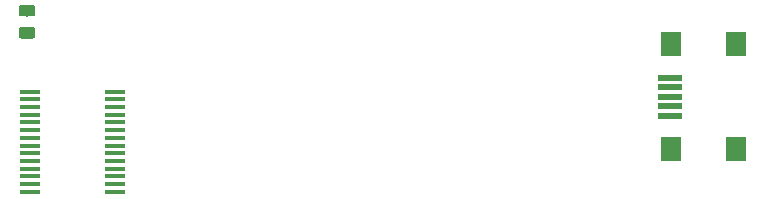
<source format=gbr>
G04 #@! TF.GenerationSoftware,KiCad,Pcbnew,(5.1.2)-1*
G04 #@! TF.CreationDate,2019-08-07T20:20:44+02:00*
G04 #@! TF.ProjectId,Z80Mini,5a38304d-696e-4692-9e6b-696361645f70,rev?*
G04 #@! TF.SameCoordinates,Original*
G04 #@! TF.FileFunction,Paste,Top*
G04 #@! TF.FilePolarity,Positive*
%FSLAX46Y46*%
G04 Gerber Fmt 4.6, Leading zero omitted, Abs format (unit mm)*
G04 Created by KiCad (PCBNEW (5.1.2)-1) date 2019-08-07 20:20:44*
%MOMM*%
%LPD*%
G04 APERTURE LIST*
%ADD10C,0.100000*%
%ADD11C,0.975000*%
%ADD12R,1.700000X2.000000*%
%ADD13R,2.000000X0.500000*%
%ADD14R,1.750000X0.450000*%
G04 APERTURE END LIST*
D10*
G36*
X196060142Y-131261174D02*
G01*
X196083803Y-131264684D01*
X196107007Y-131270496D01*
X196129529Y-131278554D01*
X196151153Y-131288782D01*
X196171670Y-131301079D01*
X196190883Y-131315329D01*
X196208607Y-131331393D01*
X196224671Y-131349117D01*
X196238921Y-131368330D01*
X196251218Y-131388847D01*
X196261446Y-131410471D01*
X196269504Y-131432993D01*
X196275316Y-131456197D01*
X196278826Y-131479858D01*
X196280000Y-131503750D01*
X196280000Y-131991250D01*
X196278826Y-132015142D01*
X196275316Y-132038803D01*
X196269504Y-132062007D01*
X196261446Y-132084529D01*
X196251218Y-132106153D01*
X196238921Y-132126670D01*
X196224671Y-132145883D01*
X196208607Y-132163607D01*
X196190883Y-132179671D01*
X196171670Y-132193921D01*
X196151153Y-132206218D01*
X196129529Y-132216446D01*
X196107007Y-132224504D01*
X196083803Y-132230316D01*
X196060142Y-132233826D01*
X196036250Y-132235000D01*
X195123750Y-132235000D01*
X195099858Y-132233826D01*
X195076197Y-132230316D01*
X195052993Y-132224504D01*
X195030471Y-132216446D01*
X195008847Y-132206218D01*
X194988330Y-132193921D01*
X194969117Y-132179671D01*
X194951393Y-132163607D01*
X194935329Y-132145883D01*
X194921079Y-132126670D01*
X194908782Y-132106153D01*
X194898554Y-132084529D01*
X194890496Y-132062007D01*
X194884684Y-132038803D01*
X194881174Y-132015142D01*
X194880000Y-131991250D01*
X194880000Y-131503750D01*
X194881174Y-131479858D01*
X194884684Y-131456197D01*
X194890496Y-131432993D01*
X194898554Y-131410471D01*
X194908782Y-131388847D01*
X194921079Y-131368330D01*
X194935329Y-131349117D01*
X194951393Y-131331393D01*
X194969117Y-131315329D01*
X194988330Y-131301079D01*
X195008847Y-131288782D01*
X195030471Y-131278554D01*
X195052993Y-131270496D01*
X195076197Y-131264684D01*
X195099858Y-131261174D01*
X195123750Y-131260000D01*
X196036250Y-131260000D01*
X196060142Y-131261174D01*
X196060142Y-131261174D01*
G37*
D11*
X195580000Y-131747500D03*
D10*
G36*
X196060142Y-129386174D02*
G01*
X196083803Y-129389684D01*
X196107007Y-129395496D01*
X196129529Y-129403554D01*
X196151153Y-129413782D01*
X196171670Y-129426079D01*
X196190883Y-129440329D01*
X196208607Y-129456393D01*
X196224671Y-129474117D01*
X196238921Y-129493330D01*
X196251218Y-129513847D01*
X196261446Y-129535471D01*
X196269504Y-129557993D01*
X196275316Y-129581197D01*
X196278826Y-129604858D01*
X196280000Y-129628750D01*
X196280000Y-130116250D01*
X196278826Y-130140142D01*
X196275316Y-130163803D01*
X196269504Y-130187007D01*
X196261446Y-130209529D01*
X196251218Y-130231153D01*
X196238921Y-130251670D01*
X196224671Y-130270883D01*
X196208607Y-130288607D01*
X196190883Y-130304671D01*
X196171670Y-130318921D01*
X196151153Y-130331218D01*
X196129529Y-130341446D01*
X196107007Y-130349504D01*
X196083803Y-130355316D01*
X196060142Y-130358826D01*
X196036250Y-130360000D01*
X195123750Y-130360000D01*
X195099858Y-130358826D01*
X195076197Y-130355316D01*
X195052993Y-130349504D01*
X195030471Y-130341446D01*
X195008847Y-130331218D01*
X194988330Y-130318921D01*
X194969117Y-130304671D01*
X194951393Y-130288607D01*
X194935329Y-130270883D01*
X194921079Y-130251670D01*
X194908782Y-130231153D01*
X194898554Y-130209529D01*
X194890496Y-130187007D01*
X194884684Y-130163803D01*
X194881174Y-130140142D01*
X194880000Y-130116250D01*
X194880000Y-129628750D01*
X194881174Y-129604858D01*
X194884684Y-129581197D01*
X194890496Y-129557993D01*
X194898554Y-129535471D01*
X194908782Y-129513847D01*
X194921079Y-129493330D01*
X194935329Y-129474117D01*
X194951393Y-129456393D01*
X194969117Y-129440329D01*
X194988330Y-129426079D01*
X195008847Y-129413782D01*
X195030471Y-129403554D01*
X195052993Y-129395496D01*
X195076197Y-129389684D01*
X195099858Y-129386174D01*
X195123750Y-129385000D01*
X196036250Y-129385000D01*
X196060142Y-129386174D01*
X196060142Y-129386174D01*
G37*
D11*
X195580000Y-129872500D03*
D12*
X255580000Y-132710000D03*
X250130000Y-132710000D03*
X255580000Y-141610000D03*
X250130000Y-141610000D03*
D13*
X250030000Y-135560000D03*
X250030000Y-136360000D03*
X250030000Y-137160000D03*
X250030000Y-137960000D03*
X250030000Y-138760000D03*
D14*
X202990000Y-136745000D03*
X202990000Y-137395000D03*
X202990000Y-138045000D03*
X202990000Y-138695000D03*
X202990000Y-139345000D03*
X202990000Y-139995000D03*
X202990000Y-140645000D03*
X202990000Y-141295000D03*
X202990000Y-141945000D03*
X202990000Y-142595000D03*
X202990000Y-143245000D03*
X202990000Y-143895000D03*
X202990000Y-144545000D03*
X202990000Y-145195000D03*
X195790000Y-145195000D03*
X195790000Y-144545000D03*
X195790000Y-143895000D03*
X195790000Y-143245000D03*
X195790000Y-142595000D03*
X195790000Y-141945000D03*
X195790000Y-141295000D03*
X195790000Y-140645000D03*
X195790000Y-139995000D03*
X195790000Y-139345000D03*
X195790000Y-138695000D03*
X195790000Y-138045000D03*
X195790000Y-137395000D03*
X195790000Y-136745000D03*
M02*

</source>
